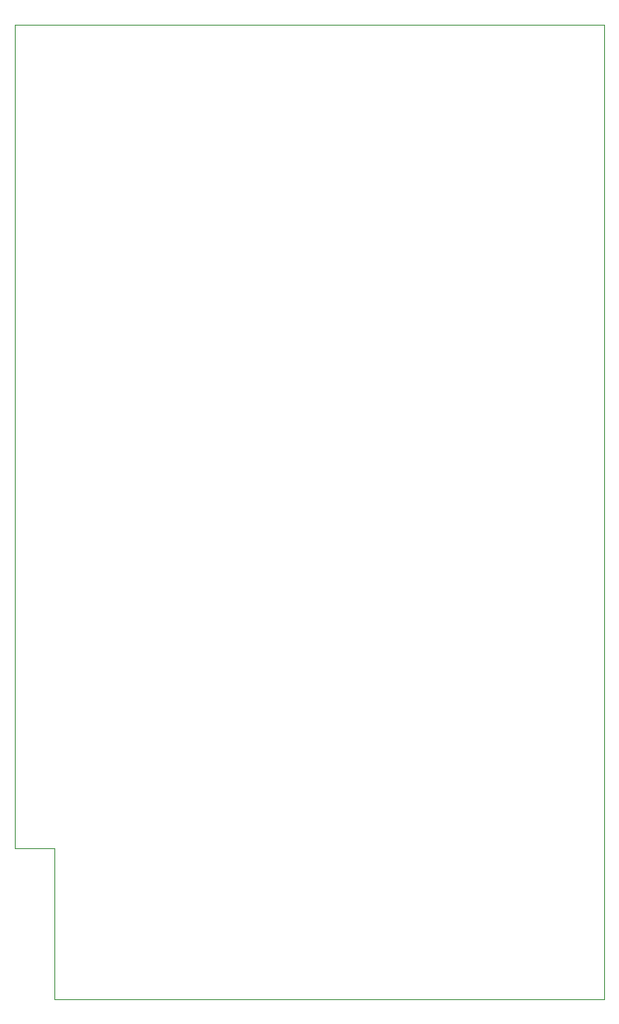
<source format=gbr>
%TF.GenerationSoftware,KiCad,Pcbnew,(6.0.11)*%
%TF.CreationDate,2023-03-02T18:35:56+00:00*%
%TF.ProjectId,Ampelope_Adapter,416d7065-6c6f-4706-955f-416461707465,rev?*%
%TF.SameCoordinates,Original*%
%TF.FileFunction,Profile,NP*%
%FSLAX46Y46*%
G04 Gerber Fmt 4.6, Leading zero omitted, Abs format (unit mm)*
G04 Created by KiCad (PCBNEW (6.0.11)) date 2023-03-02 18:35:56*
%MOMM*%
%LPD*%
G01*
G04 APERTURE LIST*
%TA.AperFunction,Profile*%
%ADD10C,0.100000*%
%TD*%
G04 APERTURE END LIST*
D10*
X160500000Y-150000000D02*
X104000000Y-150000000D01*
X104000000Y-134500000D01*
X99999347Y-134500000D01*
X100000000Y-132900000D01*
X100000000Y-50000000D01*
X160500000Y-50000000D01*
X160500000Y-150000000D01*
M02*

</source>
